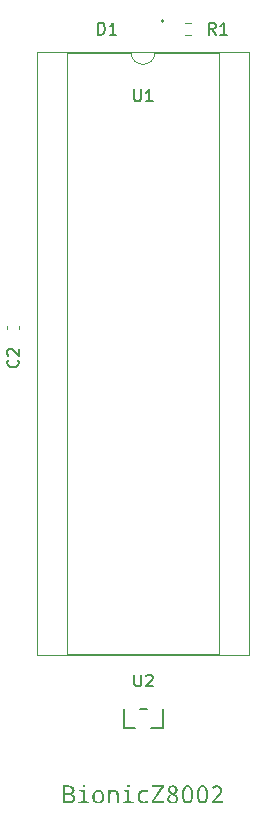
<source format=gbr>
G04 #@! TF.GenerationSoftware,KiCad,Pcbnew,9.0.6-9.0.6~ubuntu25.10.1*
G04 #@! TF.CreationDate,2025-12-24T11:00:37+09:00*
G04 #@! TF.ProjectId,bionic-z8002,62696f6e-6963-42d7-9a38-3030322e6b69,1*
G04 #@! TF.SameCoordinates,Original*
G04 #@! TF.FileFunction,Legend,Top*
G04 #@! TF.FilePolarity,Positive*
%FSLAX46Y46*%
G04 Gerber Fmt 4.6, Leading zero omitted, Abs format (unit mm)*
G04 Created by KiCad (PCBNEW 9.0.6-9.0.6~ubuntu25.10.1) date 2025-12-24 11:00:37*
%MOMM*%
%LPD*%
G01*
G04 APERTURE LIST*
%ADD10C,0.150000*%
%ADD11C,0.120000*%
%ADD12C,0.152400*%
G04 APERTURE END LIST*
D10*
G36*
X107511372Y-135815457D02*
G01*
X107623784Y-135834466D01*
X107709176Y-135862597D01*
X107772959Y-135897948D01*
X107826624Y-135947479D01*
X107865690Y-136010040D01*
X107890553Y-136088479D01*
X107899538Y-136187009D01*
X107890191Y-136271161D01*
X107863332Y-136342904D01*
X107819030Y-136404996D01*
X107760559Y-136454433D01*
X107688969Y-136489661D01*
X107601318Y-136510417D01*
X107601318Y-136520675D01*
X107713579Y-136548784D01*
X107798032Y-136589258D01*
X107860365Y-136640606D01*
X107904417Y-136703217D01*
X107931762Y-136779317D01*
X107941487Y-136872660D01*
X107932632Y-136972821D01*
X107907490Y-137057779D01*
X107867061Y-137130416D01*
X107810786Y-137192770D01*
X107742688Y-137241834D01*
X107662328Y-137277992D01*
X107567350Y-137300873D01*
X107454772Y-137309000D01*
X106914751Y-137309000D01*
X106914751Y-137146059D01*
X107106360Y-137146059D01*
X107420975Y-137146059D01*
X107527040Y-137136623D01*
X107605611Y-137111330D01*
X107663203Y-137072864D01*
X107704184Y-137021184D01*
X107730147Y-136953543D01*
X107739620Y-136864966D01*
X107730320Y-136785042D01*
X107704539Y-136723095D01*
X107663079Y-136674812D01*
X107603556Y-136638129D01*
X107520816Y-136613619D01*
X107407603Y-136604389D01*
X107106360Y-136604389D01*
X107106360Y-137146059D01*
X106914751Y-137146059D01*
X106914751Y-136441449D01*
X107106360Y-136441449D01*
X107397436Y-136441449D01*
X107503179Y-136433885D01*
X107578352Y-136414152D01*
X107630535Y-136385395D01*
X107669507Y-136342617D01*
X107694505Y-136282721D01*
X107703808Y-136199740D01*
X107694100Y-136122208D01*
X107667658Y-136065528D01*
X107625406Y-136024343D01*
X107570166Y-135997316D01*
X107490034Y-135978544D01*
X107376920Y-135971312D01*
X107106360Y-135971312D01*
X107106360Y-136441449D01*
X106914751Y-136441449D01*
X106914751Y-135808371D01*
X107365654Y-135808371D01*
X107511372Y-135815457D01*
G37*
G36*
X108683924Y-135720444D02*
G01*
X108732617Y-135728164D01*
X108764753Y-135748934D01*
X108784881Y-135783356D01*
X108792551Y-135837131D01*
X108783787Y-135890834D01*
X108760219Y-135925791D01*
X108725093Y-135947610D01*
X108683924Y-135954917D01*
X108634780Y-135947125D01*
X108602347Y-135926160D01*
X108582032Y-135891414D01*
X108574290Y-135837131D01*
X108581999Y-135783450D01*
X108602262Y-135749022D01*
X108634689Y-135728197D01*
X108683924Y-135720444D01*
G37*
G36*
X108589585Y-136330074D02*
G01*
X108313988Y-136308733D01*
X108313988Y-136183528D01*
X108776156Y-136183528D01*
X108776156Y-137162454D01*
X109136842Y-137182970D01*
X109136842Y-137309000D01*
X108237143Y-137309000D01*
X108237143Y-137182970D01*
X108589585Y-137162454D01*
X108589585Y-136330074D01*
G37*
G36*
X110034020Y-136176277D02*
G01*
X110129591Y-136206147D01*
X110214708Y-136255195D01*
X110291164Y-136324853D01*
X110351745Y-136407833D01*
X110396010Y-136504095D01*
X110423788Y-136616141D01*
X110433588Y-136747180D01*
X110423767Y-136882802D01*
X110396125Y-136997135D01*
X110352448Y-137093797D01*
X110293179Y-137175643D01*
X110217937Y-137243704D01*
X110132087Y-137292164D01*
X110033523Y-137322017D01*
X109919213Y-137332447D01*
X109811648Y-137322132D01*
X109716644Y-137292256D01*
X109631629Y-137243080D01*
X109554864Y-137173078D01*
X109494167Y-137089790D01*
X109449752Y-136992879D01*
X109421840Y-136879773D01*
X109411981Y-136747180D01*
X109604597Y-136747180D01*
X109613231Y-136877261D01*
X109636420Y-136976317D01*
X109671139Y-137050785D01*
X109715969Y-137105793D01*
X109771281Y-137144774D01*
X109839187Y-137169071D01*
X109923243Y-137177750D01*
X110006967Y-137169085D01*
X110074629Y-137144823D01*
X110129766Y-137105883D01*
X110174476Y-137050903D01*
X110209118Y-136976437D01*
X110232262Y-136877345D01*
X110240881Y-136747180D01*
X110232269Y-136618648D01*
X110209120Y-136520660D01*
X110174420Y-136446879D01*
X110129536Y-136392274D01*
X110074051Y-136353502D01*
X110005810Y-136329296D01*
X109921228Y-136320640D01*
X109837641Y-136329252D01*
X109770135Y-136353355D01*
X109715173Y-136392008D01*
X109670648Y-136446529D01*
X109636180Y-136520303D01*
X109613165Y-136618397D01*
X109604597Y-136747180D01*
X109411981Y-136747180D01*
X109421699Y-136612482D01*
X109449045Y-136498945D01*
X109492242Y-136402976D01*
X109550834Y-136321739D01*
X109625299Y-136254305D01*
X109710912Y-136206143D01*
X109809875Y-136176374D01*
X109925349Y-136165943D01*
X110034020Y-136176277D01*
G37*
G36*
X111461790Y-137309000D02*
G01*
X111461790Y-136586346D01*
X111453754Y-136498643D01*
X111432142Y-136433369D01*
X111399088Y-136385213D01*
X111354364Y-136350699D01*
X111295435Y-136328698D01*
X111217883Y-136320640D01*
X111134018Y-136329032D01*
X111066579Y-136352444D01*
X111011988Y-136389790D01*
X110968041Y-136442128D01*
X110934210Y-136512509D01*
X110911713Y-136605616D01*
X110903359Y-136727396D01*
X110903359Y-137309000D01*
X110716879Y-137309000D01*
X110716879Y-136183528D01*
X110867547Y-136183528D01*
X110895207Y-136338043D01*
X110905465Y-136338043D01*
X110952242Y-136276877D01*
X111008399Y-136229730D01*
X111075154Y-136195326D01*
X111154626Y-136173647D01*
X111249665Y-136165943D01*
X111361829Y-136175451D01*
X111449950Y-136201533D01*
X111519072Y-136241986D01*
X111572778Y-136296727D01*
X111612797Y-136367794D01*
X111638765Y-136459075D01*
X111648269Y-136575905D01*
X111648269Y-137309000D01*
X111461790Y-137309000D01*
G37*
G36*
X112460407Y-135720444D02*
G01*
X112509100Y-135728164D01*
X112541235Y-135748934D01*
X112561364Y-135783356D01*
X112569034Y-135837131D01*
X112560270Y-135890834D01*
X112536702Y-135925791D01*
X112501576Y-135947610D01*
X112460407Y-135954917D01*
X112411263Y-135947125D01*
X112378830Y-135926160D01*
X112358515Y-135891414D01*
X112350772Y-135837131D01*
X112358482Y-135783450D01*
X112378745Y-135749022D01*
X112411172Y-135728197D01*
X112460407Y-135720444D01*
G37*
G36*
X112366068Y-136330074D02*
G01*
X112090471Y-136308733D01*
X112090471Y-136183528D01*
X112552639Y-136183528D01*
X112552639Y-137162454D01*
X112913325Y-137182970D01*
X112913325Y-137309000D01*
X112013626Y-137309000D01*
X112013626Y-137182970D01*
X112366068Y-137162454D01*
X112366068Y-136330074D01*
G37*
G36*
X114157773Y-136226393D02*
G01*
X114094208Y-136388326D01*
X113990147Y-136353863D01*
X113899262Y-136334814D01*
X113819618Y-136328883D01*
X113714632Y-136338324D01*
X113631481Y-136364370D01*
X113565541Y-136405156D01*
X113513662Y-136461024D01*
X113474548Y-136534462D01*
X113448938Y-136629795D01*
X113439515Y-136752767D01*
X113448729Y-136873939D01*
X113473754Y-136967783D01*
X113511932Y-137039979D01*
X113562494Y-137094813D01*
X113626657Y-137134781D01*
X113707453Y-137160273D01*
X113809360Y-137169506D01*
X113915542Y-137162681D01*
X114024883Y-137141800D01*
X114138264Y-137105942D01*
X114138264Y-137269890D01*
X114044665Y-137303337D01*
X113933360Y-137324782D01*
X113801117Y-137332447D01*
X113670303Y-137322056D01*
X113560995Y-137292847D01*
X113469291Y-137246577D01*
X113392255Y-137183337D01*
X113331222Y-137104913D01*
X113286005Y-137009874D01*
X113257151Y-136894809D01*
X113246808Y-136755331D01*
X113253700Y-136637618D01*
X113273107Y-136537257D01*
X113303587Y-136451678D01*
X113344364Y-136378699D01*
X113395369Y-136316610D01*
X113473900Y-136252806D01*
X113567574Y-136206038D01*
X113679431Y-136176471D01*
X113813482Y-136165943D01*
X113933931Y-136172792D01*
X114048392Y-136193012D01*
X114157773Y-136226393D01*
G37*
G36*
X115481172Y-137309000D02*
G01*
X114433920Y-137309000D01*
X114433920Y-137162454D01*
X115246516Y-135976441D01*
X114455444Y-135976441D01*
X114455444Y-135808371D01*
X115460656Y-135808371D01*
X115460656Y-135954917D01*
X114648060Y-137140930D01*
X115481172Y-137140930D01*
X115481172Y-137309000D01*
G37*
G36*
X116311305Y-135791625D02*
G01*
X116392147Y-135810651D01*
X116462033Y-135840972D01*
X116522654Y-135882377D01*
X116573565Y-135935110D01*
X116609626Y-135995479D01*
X116631783Y-136065007D01*
X116639524Y-136145976D01*
X116629342Y-136233917D01*
X116599403Y-136312862D01*
X116548821Y-136385188D01*
X116474427Y-136452235D01*
X116371071Y-136514172D01*
X116478260Y-136578354D01*
X116558800Y-136643382D01*
X116617143Y-136709233D01*
X116656760Y-136776400D01*
X116679953Y-136845896D01*
X116687701Y-136919188D01*
X116679180Y-137010209D01*
X116654716Y-137089076D01*
X116614838Y-137158179D01*
X116558558Y-137219149D01*
X116491262Y-137267332D01*
X116413375Y-137302556D01*
X116322921Y-137324656D01*
X116217381Y-137332447D01*
X116106194Y-137324859D01*
X116013560Y-137303646D01*
X115936336Y-137270432D01*
X115871991Y-137225835D01*
X115818677Y-137168406D01*
X115780361Y-137100999D01*
X115756494Y-137021623D01*
X115748068Y-136927431D01*
X115930518Y-136927431D01*
X115938870Y-137004777D01*
X115961791Y-137063940D01*
X115998044Y-137109245D01*
X116049116Y-137143045D01*
X116118942Y-137165312D01*
X116213351Y-137173628D01*
X116303923Y-137165248D01*
X116374308Y-137142283D01*
X116428956Y-137106492D01*
X116470644Y-137057050D01*
X116496240Y-136995833D01*
X116505343Y-136919280D01*
X116498196Y-136860179D01*
X116476986Y-136806167D01*
X116440772Y-136755698D01*
X116394000Y-136712550D01*
X116323170Y-136663729D01*
X116221503Y-136608511D01*
X116190728Y-136594131D01*
X116088969Y-136652758D01*
X116016697Y-136714832D01*
X115968284Y-136780388D01*
X115940030Y-136850549D01*
X115930518Y-136927431D01*
X115748068Y-136927431D01*
X115755884Y-136843651D01*
X115778689Y-136768151D01*
X115816450Y-136699178D01*
X115870369Y-136635504D01*
X115942788Y-136576532D01*
X116037038Y-136522324D01*
X115945165Y-136454754D01*
X115878286Y-136383960D01*
X115832505Y-136309478D01*
X115805405Y-136230079D01*
X115797403Y-136154769D01*
X115978603Y-136154769D01*
X115984518Y-136214170D01*
X116001515Y-136265452D01*
X116029345Y-136310290D01*
X116067252Y-136348152D01*
X116128158Y-136390608D01*
X116219488Y-136438243D01*
X116313512Y-136387846D01*
X116379582Y-136334696D01*
X116423363Y-136278908D01*
X116448684Y-136219562D01*
X116457166Y-136154769D01*
X116449366Y-136089114D01*
X116427656Y-136037928D01*
X116392595Y-135997782D01*
X116346649Y-135968870D01*
X116288657Y-135950427D01*
X116215366Y-135943743D01*
X116144824Y-135950354D01*
X116088220Y-135968729D01*
X116042625Y-135997782D01*
X116007890Y-136037885D01*
X115986349Y-136089068D01*
X115978603Y-136154769D01*
X115797403Y-136154769D01*
X115796245Y-136143870D01*
X115804107Y-136063594D01*
X115826648Y-135994552D01*
X115863441Y-135934460D01*
X115915588Y-135881827D01*
X115977542Y-135840350D01*
X116047479Y-135810215D01*
X116126826Y-135791472D01*
X116217381Y-135784924D01*
X116311305Y-135791625D01*
G37*
G36*
X117566876Y-135793305D02*
G01*
X117647119Y-135817327D01*
X117717307Y-135856359D01*
X117779107Y-135911188D01*
X117833322Y-135983952D01*
X117882333Y-136083687D01*
X117920454Y-136209014D01*
X117945596Y-136365171D01*
X117954772Y-136558136D01*
X117946093Y-136752262D01*
X117922403Y-136907894D01*
X117886699Y-137031298D01*
X117841186Y-137128005D01*
X117787132Y-137202677D01*
X117724757Y-137258909D01*
X117653194Y-137299001D01*
X117570572Y-137323767D01*
X117474194Y-137332447D01*
X117382887Y-137324110D01*
X117303638Y-137300181D01*
X117234119Y-137261231D01*
X117172706Y-137206406D01*
X117118637Y-137133511D01*
X117069887Y-137033781D01*
X117031933Y-136908291D01*
X117006884Y-136751752D01*
X116997737Y-136558136D01*
X116997757Y-136557678D01*
X117187239Y-136557678D01*
X117192905Y-136730171D01*
X117207959Y-136861334D01*
X117229812Y-136958828D01*
X117256390Y-137029464D01*
X117297550Y-137094478D01*
X117346535Y-137138322D01*
X117404459Y-137164512D01*
X117474194Y-137173628D01*
X117544929Y-137164461D01*
X117603755Y-137138130D01*
X117653554Y-137094097D01*
X117695478Y-137028914D01*
X117722707Y-136957975D01*
X117745045Y-136860405D01*
X117760409Y-136729491D01*
X117766186Y-136557678D01*
X117760420Y-136387011D01*
X117745075Y-136256729D01*
X117722739Y-136159410D01*
X117695478Y-136088457D01*
X117653554Y-136023274D01*
X117603755Y-135979241D01*
X117544929Y-135952910D01*
X117474194Y-135943743D01*
X117404428Y-135952839D01*
X117346495Y-135978963D01*
X117297524Y-136022673D01*
X117256390Y-136087449D01*
X117229812Y-136157827D01*
X117207959Y-136254984D01*
X117192905Y-136385717D01*
X117187239Y-136557678D01*
X116997757Y-136557678D01*
X117006368Y-136364007D01*
X117029922Y-136208443D01*
X117065405Y-136085164D01*
X117110612Y-135988624D01*
X117164262Y-135914146D01*
X117226119Y-135858112D01*
X117297025Y-135818196D01*
X117378826Y-135793557D01*
X117474194Y-135784924D01*
X117566876Y-135793305D01*
G37*
G36*
X118825704Y-135793305D02*
G01*
X118905947Y-135817327D01*
X118976134Y-135856359D01*
X119037935Y-135911188D01*
X119092150Y-135983952D01*
X119141161Y-136083687D01*
X119179282Y-136209014D01*
X119204424Y-136365171D01*
X119213600Y-136558136D01*
X119204921Y-136752262D01*
X119181230Y-136907894D01*
X119145527Y-137031298D01*
X119100014Y-137128005D01*
X119045960Y-137202677D01*
X118983585Y-137258909D01*
X118912022Y-137299001D01*
X118829400Y-137323767D01*
X118733021Y-137332447D01*
X118641714Y-137324110D01*
X118562466Y-137300181D01*
X118492946Y-137261231D01*
X118431534Y-137206406D01*
X118377465Y-137133511D01*
X118328714Y-137033781D01*
X118290761Y-136908291D01*
X118265711Y-136751752D01*
X118256565Y-136558136D01*
X118256585Y-136557678D01*
X118446066Y-136557678D01*
X118451733Y-136730171D01*
X118466786Y-136861334D01*
X118488640Y-136958828D01*
X118515218Y-137029464D01*
X118556378Y-137094478D01*
X118605363Y-137138322D01*
X118663287Y-137164512D01*
X118733021Y-137173628D01*
X118803757Y-137164461D01*
X118862583Y-137138130D01*
X118912381Y-137094097D01*
X118954305Y-137028914D01*
X118981534Y-136957975D01*
X119003872Y-136860405D01*
X119019236Y-136729491D01*
X119025014Y-136557678D01*
X119019248Y-136387011D01*
X119003902Y-136256729D01*
X118981567Y-136159410D01*
X118954305Y-136088457D01*
X118912381Y-136023274D01*
X118862583Y-135979241D01*
X118803757Y-135952910D01*
X118733021Y-135943743D01*
X118663256Y-135952839D01*
X118605323Y-135978963D01*
X118556351Y-136022673D01*
X118515218Y-136087449D01*
X118488640Y-136157827D01*
X118466787Y-136254984D01*
X118451733Y-136385717D01*
X118446066Y-136557678D01*
X118256585Y-136557678D01*
X118265195Y-136364007D01*
X118288750Y-136208443D01*
X118324233Y-136085164D01*
X118369440Y-135988624D01*
X118423090Y-135914146D01*
X118484947Y-135858112D01*
X118555852Y-135818196D01*
X118637654Y-135793557D01*
X118733021Y-135784924D01*
X118825704Y-135793305D01*
G37*
G36*
X120460062Y-137309000D02*
G01*
X119526658Y-137309000D01*
X119526658Y-137149173D01*
X119885237Y-136759178D01*
X120064652Y-136551926D01*
X120148561Y-136434213D01*
X120183782Y-136360701D01*
X120204943Y-136282492D01*
X120212125Y-136198275D01*
X120204268Y-136124125D01*
X120182285Y-136064566D01*
X120147004Y-136016375D01*
X120099847Y-135979987D01*
X120042293Y-135957563D01*
X119971332Y-135949605D01*
X119893006Y-135957577D01*
X119813486Y-135982081D01*
X119731365Y-136024897D01*
X119645451Y-136088915D01*
X119540946Y-135967007D01*
X119644861Y-135887929D01*
X119750574Y-135833564D01*
X119859464Y-135801506D01*
X119973347Y-135790786D01*
X120072285Y-135798319D01*
X120155850Y-135819570D01*
X120226719Y-135853289D01*
X120286955Y-135899321D01*
X120336368Y-135957050D01*
X120371901Y-136023643D01*
X120393969Y-136100838D01*
X120401719Y-136191039D01*
X120395308Y-136271031D01*
X120375564Y-136353951D01*
X120341269Y-136440808D01*
X120292868Y-136523454D01*
X120199582Y-136646910D01*
X120043048Y-136824666D01*
X119755086Y-137130763D01*
X119755086Y-137138915D01*
X120460062Y-137138915D01*
X120460062Y-137309000D01*
G37*
X112938095Y-76871619D02*
X112938095Y-77681142D01*
X112938095Y-77681142D02*
X112985714Y-77776380D01*
X112985714Y-77776380D02*
X113033333Y-77824000D01*
X113033333Y-77824000D02*
X113128571Y-77871619D01*
X113128571Y-77871619D02*
X113319047Y-77871619D01*
X113319047Y-77871619D02*
X113414285Y-77824000D01*
X113414285Y-77824000D02*
X113461904Y-77776380D01*
X113461904Y-77776380D02*
X113509523Y-77681142D01*
X113509523Y-77681142D02*
X113509523Y-76871619D01*
X114509523Y-77871619D02*
X113938095Y-77871619D01*
X114223809Y-77871619D02*
X114223809Y-76871619D01*
X114223809Y-76871619D02*
X114128571Y-77014476D01*
X114128571Y-77014476D02*
X114033333Y-77109714D01*
X114033333Y-77109714D02*
X113938095Y-77157333D01*
X103086780Y-99785266D02*
X103134400Y-99832885D01*
X103134400Y-99832885D02*
X103182019Y-99975742D01*
X103182019Y-99975742D02*
X103182019Y-100070980D01*
X103182019Y-100070980D02*
X103134400Y-100213837D01*
X103134400Y-100213837D02*
X103039161Y-100309075D01*
X103039161Y-100309075D02*
X102943923Y-100356694D01*
X102943923Y-100356694D02*
X102753447Y-100404313D01*
X102753447Y-100404313D02*
X102610590Y-100404313D01*
X102610590Y-100404313D02*
X102420114Y-100356694D01*
X102420114Y-100356694D02*
X102324876Y-100309075D01*
X102324876Y-100309075D02*
X102229638Y-100213837D01*
X102229638Y-100213837D02*
X102182019Y-100070980D01*
X102182019Y-100070980D02*
X102182019Y-99975742D01*
X102182019Y-99975742D02*
X102229638Y-99832885D01*
X102229638Y-99832885D02*
X102277257Y-99785266D01*
X102277257Y-99404313D02*
X102229638Y-99356694D01*
X102229638Y-99356694D02*
X102182019Y-99261456D01*
X102182019Y-99261456D02*
X102182019Y-99023361D01*
X102182019Y-99023361D02*
X102229638Y-98928123D01*
X102229638Y-98928123D02*
X102277257Y-98880504D01*
X102277257Y-98880504D02*
X102372495Y-98832885D01*
X102372495Y-98832885D02*
X102467733Y-98832885D01*
X102467733Y-98832885D02*
X102610590Y-98880504D01*
X102610590Y-98880504D02*
X103182019Y-99451932D01*
X103182019Y-99451932D02*
X103182019Y-98832885D01*
X109913905Y-72232819D02*
X109913905Y-71232819D01*
X109913905Y-71232819D02*
X110152000Y-71232819D01*
X110152000Y-71232819D02*
X110294857Y-71280438D01*
X110294857Y-71280438D02*
X110390095Y-71375676D01*
X110390095Y-71375676D02*
X110437714Y-71470914D01*
X110437714Y-71470914D02*
X110485333Y-71661390D01*
X110485333Y-71661390D02*
X110485333Y-71804247D01*
X110485333Y-71804247D02*
X110437714Y-71994723D01*
X110437714Y-71994723D02*
X110390095Y-72089961D01*
X110390095Y-72089961D02*
X110294857Y-72185200D01*
X110294857Y-72185200D02*
X110152000Y-72232819D01*
X110152000Y-72232819D02*
X109913905Y-72232819D01*
X111437714Y-72232819D02*
X110866286Y-72232819D01*
X111152000Y-72232819D02*
X111152000Y-71232819D01*
X111152000Y-71232819D02*
X111056762Y-71375676D01*
X111056762Y-71375676D02*
X110961524Y-71470914D01*
X110961524Y-71470914D02*
X110866286Y-71518533D01*
X119856033Y-72232819D02*
X119522700Y-71756628D01*
X119284605Y-72232819D02*
X119284605Y-71232819D01*
X119284605Y-71232819D02*
X119665557Y-71232819D01*
X119665557Y-71232819D02*
X119760795Y-71280438D01*
X119760795Y-71280438D02*
X119808414Y-71328057D01*
X119808414Y-71328057D02*
X119856033Y-71423295D01*
X119856033Y-71423295D02*
X119856033Y-71566152D01*
X119856033Y-71566152D02*
X119808414Y-71661390D01*
X119808414Y-71661390D02*
X119760795Y-71709009D01*
X119760795Y-71709009D02*
X119665557Y-71756628D01*
X119665557Y-71756628D02*
X119284605Y-71756628D01*
X120808414Y-72232819D02*
X120236986Y-72232819D01*
X120522700Y-72232819D02*
X120522700Y-71232819D01*
X120522700Y-71232819D02*
X120427462Y-71375676D01*
X120427462Y-71375676D02*
X120332224Y-71470914D01*
X120332224Y-71470914D02*
X120236986Y-71518533D01*
X112978695Y-126426219D02*
X112978695Y-127235742D01*
X112978695Y-127235742D02*
X113026314Y-127330980D01*
X113026314Y-127330980D02*
X113073933Y-127378600D01*
X113073933Y-127378600D02*
X113169171Y-127426219D01*
X113169171Y-127426219D02*
X113359647Y-127426219D01*
X113359647Y-127426219D02*
X113454885Y-127378600D01*
X113454885Y-127378600D02*
X113502504Y-127330980D01*
X113502504Y-127330980D02*
X113550123Y-127235742D01*
X113550123Y-127235742D02*
X113550123Y-126426219D01*
X113978695Y-126521457D02*
X114026314Y-126473838D01*
X114026314Y-126473838D02*
X114121552Y-126426219D01*
X114121552Y-126426219D02*
X114359647Y-126426219D01*
X114359647Y-126426219D02*
X114454885Y-126473838D01*
X114454885Y-126473838D02*
X114502504Y-126521457D01*
X114502504Y-126521457D02*
X114550123Y-126616695D01*
X114550123Y-126616695D02*
X114550123Y-126711933D01*
X114550123Y-126711933D02*
X114502504Y-126854790D01*
X114502504Y-126854790D02*
X113931076Y-127426219D01*
X113931076Y-127426219D02*
X114550123Y-127426219D01*
D11*
X104750000Y-73690000D02*
X104750000Y-124730000D01*
X104750000Y-124730000D02*
X122650000Y-124730000D01*
X107240000Y-73750000D02*
X107240000Y-124670000D01*
X107240000Y-124670000D02*
X120160000Y-124670000D01*
X112700000Y-73750000D02*
X107240000Y-73750000D01*
X120160000Y-73750000D02*
X114700000Y-73750000D01*
X120160000Y-124670000D02*
X120160000Y-73750000D01*
X122650000Y-73690000D02*
X104750000Y-73690000D01*
X122650000Y-124730000D02*
X122650000Y-73690000D01*
X114700000Y-73750000D02*
G75*
G02*
X112700000Y-73750000I-1000000J0D01*
G01*
X102191800Y-97198367D02*
X102191800Y-96905833D01*
X103211800Y-97198367D02*
X103211800Y-96905833D01*
D12*
X115427200Y-71092200D02*
G75*
G02*
X115274800Y-71092200I-76200J0D01*
G01*
X115274800Y-71092200D02*
G75*
G02*
X115427200Y-71092200I76200J0D01*
G01*
D11*
X117255276Y-71255500D02*
X117764724Y-71255500D01*
X117255276Y-72300500D02*
X117764724Y-72300500D01*
D12*
X112063200Y-129294000D02*
X112063200Y-130948000D01*
X112063200Y-130948000D02*
X113052260Y-130948000D01*
X114002261Y-129294000D02*
X113428139Y-129294000D01*
X114378140Y-130948000D02*
X115367200Y-130948000D01*
X115367200Y-130948000D02*
X115367200Y-129294000D01*
M02*

</source>
